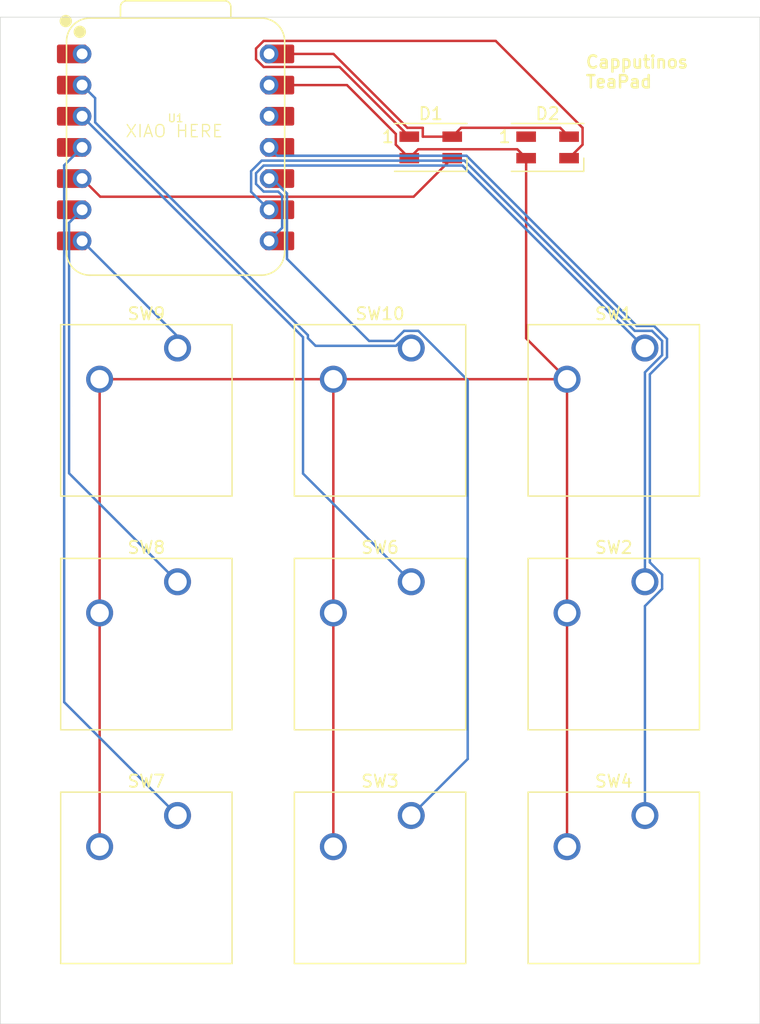
<source format=kicad_pcb>
(kicad_pcb (version 20240108) (generator "pcbnew") (generator_version "8.0")
  (layers (0 "F.Cu" signal) (31 "B.Cu" signal) (34 "B.Paste" user) (35 "F.Paste" user) (36 "B.SilkS" user "B.Silkscreen") (37 "F.SilkS" user "F.Silkscreen") (38 "B.Mask" user) (39 "F.Mask" user) (44 "Edge.Cuts" user))
  (net 0 "")
  (net 1 "Net-(D1-DOUT)")
  (net 2 "+5V")
  (net 3 "Net-(D1-DIN)")
  (net 4 "GND")
  (net 6 "Net-(U1-GPIO1{slash}RX)")
  (net 7 "Net-(U1-GPIO2{slash}SCK)")
  (net 8 "Net-(U1-GPIO4{slash}MISO)")
  (net 9 "Net-(U1-GPIO3{slash}MOSI)")
  (net 11 "Net-(U1-GPIO28{slash}ADC2{slash}A2)")
  (net 12 "Net-(U1-GPIO29{slash}ADC3{slash}A3)")
  (net 13 "Net-(U1-GPIO7{slash}SCL)")
  (net 14 "Net-(U1-GPIO0{slash}TX)")
  (net 16 "Net-(U1-GPIO27{slash}ADC1{slash}A1)")
  (footprint "Button_Switch_Keyboard:SW_Cherry_MX_1.00u_PCB" (layer "F.Cu") (at 81.12125 106.83875)
    (property "Reference" "SW3" (at -2.54 -2.794 0) (layer "F.SilkS"))
    (property "Value" "SW_Push")
    (fp_line (start -9.525 -1.905) (end 4.445 -1.905) (stroke (width 0.12)) (layer "F.SilkS"))
    (fp_line (start -9.525 12.065) (end -9.525 -1.905) (stroke (width 0.12)) (layer "F.SilkS"))
    (fp_line (start 4.445 -1.905) (end 4.445 12.065) (stroke (width 0.12)) (layer "F.SilkS"))
    (fp_line (start 4.445 12.065) (end -9.525 12.065) (stroke (width 0.12)) (layer "F.SilkS"))
    (pad "" np_thru_hole circle (at -7.62 5.08) (size 1.7 1.7) (drill 1.7) (layers "*.Cu" "*.Mask"))
    (pad "" np_thru_hole circle (at -2.54 5.08) (size 4 4) (drill 4) (layers "*.Cu" "*.Mask"))
    (pad "" np_thru_hole circle (at 2.54 5.08) (size 1.7 1.7) (drill 1.7) (layers "*.Cu" "*.Mask"))
    (pad "1" thru_hole circle (at 0 0) (size 2.2 2.2) (drill 1.5) (layers "*.Cu" "*.Mask") (net 8 "Net-(U1-GPIO4{slash}MISO)"))
    (pad "2" thru_hole circle (at -6.35 2.54) (size 2.2 2.2) (drill 1.5) (layers "*.Cu" "*.Mask") (net 4 "GND"))
  )
  (footprint "Button_Switch_Keyboard:SW_Cherry_MX_1.00u_PCB" (layer "F.Cu") (at 100.17125 68.73875)
    (property "Reference" "SW1" (at -2.54 -2.794 0) (layer "F.SilkS"))
    (property "Value" "SW_Push")
    (fp_line (start -9.525 -1.905) (end 4.445 -1.905) (stroke (width 0.12)) (layer "F.SilkS"))
    (fp_line (start -9.525 12.065) (end -9.525 -1.905) (stroke (width 0.12)) (layer "F.SilkS"))
    (fp_line (start 4.445 -1.905) (end 4.445 12.065) (stroke (width 0.12)) (layer "F.SilkS"))
    (fp_line (start 4.445 12.065) (end -9.525 12.065) (stroke (width 0.12)) (layer "F.SilkS"))
    (pad "" np_thru_hole circle (at -7.62 5.08) (size 1.7 1.7) (drill 1.7) (layers "*.Cu" "*.Mask"))
    (pad "" np_thru_hole circle (at -2.54 5.08) (size 4 4) (drill 4) (layers "*.Cu" "*.Mask"))
    (pad "" np_thru_hole circle (at 2.54 5.08) (size 1.7 1.7) (drill 1.7) (layers "*.Cu" "*.Mask"))
    (pad "1" thru_hole circle (at 0 0) (size 2.2 2.2) (drill 1.5) (layers "*.Cu" "*.Mask") (net 6 "Net-(U1-GPIO1{slash}RX)"))
    (pad "2" thru_hole circle (at -6.35 2.54) (size 2.2 2.2) (drill 1.5) (layers "*.Cu" "*.Mask") (net 4 "GND"))
  )
  (footprint "Button_Switch_Keyboard:SW_Cherry_MX_1.00u_PCB" (layer "F.Cu") (at 81.12125 68.73875)
    (property "Reference" "SW10" (at -2.54 -2.794 0) (layer "F.SilkS"))
    (property "Value" "SW_Push")
    (fp_line (start -9.525 -1.905) (end 4.445 -1.905) (stroke (width 0.12)) (layer "F.SilkS"))
    (fp_line (start -9.525 12.065) (end -9.525 -1.905) (stroke (width 0.12)) (layer "F.SilkS"))
    (fp_line (start 4.445 -1.905) (end 4.445 12.065) (stroke (width 0.12)) (layer "F.SilkS"))
    (fp_line (start 4.445 12.065) (end -9.525 12.065) (stroke (width 0.12)) (layer "F.SilkS"))
    (pad "" np_thru_hole circle (at -7.62 5.08) (size 1.7 1.7) (drill 1.7) (layers "*.Cu" "*.Mask"))
    (pad "" np_thru_hole circle (at -2.54 5.08) (size 4 4) (drill 4) (layers "*.Cu" "*.Mask"))
    (pad "" np_thru_hole circle (at 2.54 5.08) (size 1.7 1.7) (drill 1.7) (layers "*.Cu" "*.Mask"))
    (pad "1" thru_hole circle (at 0 0) (size 2.2 2.2) (drill 1.5) (layers "*.Cu" "*.Mask") (net 16 "Net-(U1-GPIO27{slash}ADC1{slash}A1)"))
    (pad "2" thru_hole circle (at -6.35 2.54) (size 2.2 2.2) (drill 1.5) (layers "*.Cu" "*.Mask") (net 4 "GND"))
  )
  (footprint "LED_SMD:LED_SK6812MINI_PLCC4_3.5x3.5mm_P1.75mm" (layer "F.Cu") (at 82.7125 52.3875)
    (property "Reference" "D1" (at 0 -2.75 0) (layer "F.SilkS"))
    (property "Value" "SK6812MINI")
    (fp_line (start -2.95 -1.95) (end 2.95 -1.95) (stroke (width 0.12)) (layer "F.SilkS"))
    (fp_line (start -2.95 1.95) (end 2.95 1.95) (stroke (width 0.12)) (layer "F.SilkS"))
    (fp_line (start 2.95 1.95) (end 2.95 0.875) (stroke (width 0.12)) (layer "F.SilkS"))
    (fp_text user "1" (at -3.5 -0.875 0) (layer "F.SilkS"))
    (pad "1" smd rect (at -1.75 -0.875) (size 1.6 0.85) (layers "F.Cu" "F.Paste" "F.Mask") (net 1 "Net-(D1-DOUT)"))
    (pad "2" smd rect (at -1.75 0.875) (size 1.6 0.85) (layers "F.Cu" "F.Paste" "F.Mask") (net 4 "GND"))
    (pad "3" smd rect (at 1.75 0.875) (size 1.6 0.85) (layers "F.Cu" "F.Paste" "F.Mask") (net 3 "Net-(D1-DIN)"))
    (pad "4" smd rect (at 1.75 -0.875) (size 1.6 0.85) (layers "F.Cu" "F.Paste" "F.Mask") (net 2 "+5V"))
  )
  (footprint "Button_Switch_Keyboard:SW_Cherry_MX_1.00u_PCB" (layer "F.Cu") (at 100.17125 106.83875)
    (property "Reference" "SW4" (at -2.54 -2.794 0) (layer "F.SilkS"))
    (property "Value" "SW_Push")
    (fp_line (start -9.525 -1.905) (end 4.445 -1.905) (stroke (width 0.12)) (layer "F.SilkS"))
    (fp_line (start -9.525 12.065) (end -9.525 -1.905) (stroke (width 0.12)) (layer "F.SilkS"))
    (fp_line (start 4.445 -1.905) (end 4.445 12.065) (stroke (width 0.12)) (layer "F.SilkS"))
    (fp_line (start 4.445 12.065) (end -9.525 12.065) (stroke (width 0.12)) (layer "F.SilkS"))
    (pad "" np_thru_hole circle (at -7.62 5.08) (size 1.7 1.7) (drill 1.7) (layers "*.Cu" "*.Mask"))
    (pad "" np_thru_hole circle (at -2.54 5.08) (size 4 4) (drill 4) (layers "*.Cu" "*.Mask"))
    (pad "" np_thru_hole circle (at 2.54 5.08) (size 1.7 1.7) (drill 1.7) (layers "*.Cu" "*.Mask"))
    (pad "1" thru_hole circle (at 0 0) (size 2.2 2.2) (drill 1.5) (layers "*.Cu" "*.Mask") (net 9 "Net-(U1-GPIO3{slash}MOSI)"))
    (pad "2" thru_hole circle (at -6.35 2.54) (size 2.2 2.2) (drill 1.5) (layers "*.Cu" "*.Mask") (net 4 "GND"))
  )
  (footprint "LED_SMD:LED_SK6812MINI_PLCC4_3.5x3.5mm_P1.75mm" (layer "F.Cu") (at 92.2375 52.3875)
    (property "Reference" "D2" (at 0 -2.75 0) (layer "F.SilkS"))
    (property "Value" "SK6812MINI")
    (fp_line (start -2.95 -1.95) (end 2.95 -1.95) (stroke (width 0.12)) (layer "F.SilkS"))
    (fp_line (start -2.95 1.95) (end 2.95 1.95) (stroke (width 0.12)) (layer "F.SilkS"))
    (fp_line (start 2.95 1.95) (end 2.95 0.875) (stroke (width 0.12)) (layer "F.SilkS"))
    (fp_text user "1" (at -3.5 -0.875 0) (layer "F.SilkS"))
    (pad "1" smd rect (at -1.75 -0.875) (size 1.6 0.85) (layers "F.Cu" "F.Paste" "F.Mask"))
    (pad "2" smd rect (at -1.75 0.875) (size 1.6 0.85) (layers "F.Cu" "F.Paste" "F.Mask") (net 4 "GND"))
    (pad "3" smd rect (at 1.75 0.875) (size 1.6 0.85) (layers "F.Cu" "F.Paste" "F.Mask") (net 1 "Net-(D1-DOUT)"))
    (pad "4" smd rect (at 1.75 -0.875) (size 1.6 0.85) (layers "F.Cu" "F.Paste" "F.Mask") (net 2 "+5V"))
  )
  (footprint "Button_Switch_Keyboard:SW_Cherry_MX_1.00u_PCB" (layer "F.Cu") (at 62.07125 106.83875)
    (property "Reference" "SW7" (at -2.54 -2.794 0) (layer "F.SilkS"))
    (property "Value" "SW_Push")
    (fp_line (start -9.525 -1.905) (end 4.445 -1.905) (stroke (width 0.12)) (layer "F.SilkS"))
    (fp_line (start -9.525 12.065) (end -9.525 -1.905) (stroke (width 0.12)) (layer "F.SilkS"))
    (fp_line (start 4.445 -1.905) (end 4.445 12.065) (stroke (width 0.12)) (layer "F.SilkS"))
    (fp_line (start 4.445 12.065) (end -9.525 12.065) (stroke (width 0.12)) (layer "F.SilkS"))
    (pad "" np_thru_hole circle (at -7.62 5.08) (size 1.7 1.7) (drill 1.7) (layers "*.Cu" "*.Mask"))
    (pad "" np_thru_hole circle (at -2.54 5.08) (size 4 4) (drill 4) (layers "*.Cu" "*.Mask"))
    (pad "" np_thru_hole circle (at 2.54 5.08) (size 1.7 1.7) (drill 1.7) (layers "*.Cu" "*.Mask"))
    (pad "1" thru_hole circle (at 0 0) (size 2.2 2.2) (drill 1.5) (layers "*.Cu" "*.Mask") (net 12 "Net-(U1-GPIO29{slash}ADC3{slash}A3)"))
    (pad "2" thru_hole circle (at -6.35 2.54) (size 2.2 2.2) (drill 1.5) (layers "*.Cu" "*.Mask") (net 4 "GND"))
  )
  (footprint "Button_Switch_Keyboard:SW_Cherry_MX_1.00u_PCB" (layer "F.Cu") (at 62.07125 87.78875)
    (property "Reference" "SW8" (at -2.54 -2.794 0) (layer "F.SilkS"))
    (property "Value" "SW_Push")
    (fp_line (start -9.525 -1.905) (end 4.445 -1.905) (stroke (width 0.12)) (layer "F.SilkS"))
    (fp_line (start -9.525 12.065) (end -9.525 -1.905) (stroke (width 0.12)) (layer "F.SilkS"))
    (fp_line (start 4.445 -1.905) (end 4.445 12.065) (stroke (width 0.12)) (layer "F.SilkS"))
    (fp_line (start 4.445 12.065) (end -9.525 12.065) (stroke (width 0.12)) (layer "F.SilkS"))
    (pad "" np_thru_hole circle (at -7.62 5.08) (size 1.7 1.7) (drill 1.7) (layers "*.Cu" "*.Mask"))
    (pad "" np_thru_hole circle (at -2.54 5.08) (size 4 4) (drill 4) (layers "*.Cu" "*.Mask"))
    (pad "" np_thru_hole circle (at 2.54 5.08) (size 1.7 1.7) (drill 1.7) (layers "*.Cu" "*.Mask"))
    (pad "1" thru_hole circle (at 0 0) (size 2.2 2.2) (drill 1.5) (layers "*.Cu" "*.Mask") (net 13 "Net-(U1-GPIO7{slash}SCL)"))
    (pad "2" thru_hole circle (at -6.35 2.54) (size 2.2 2.2) (drill 1.5) (layers "*.Cu" "*.Mask") (net 4 "GND"))
  )
  (footprint "Button_Switch_Keyboard:SW_Cherry_MX_1.00u_PCB" (layer "F.Cu") (at 100.17125 87.78875)
    (property "Reference" "SW2" (at -2.54 -2.794 0) (layer "F.SilkS"))
    (property "Value" "SW_Push")
    (fp_line (start -9.525 -1.905) (end 4.445 -1.905) (stroke (width 0.12)) (layer "F.SilkS"))
    (fp_line (start -9.525 12.065) (end -9.525 -1.905) (stroke (width 0.12)) (layer "F.SilkS"))
    (fp_line (start 4.445 -1.905) (end 4.445 12.065) (stroke (width 0.12)) (layer "F.SilkS"))
    (fp_line (start 4.445 12.065) (end -9.525 12.065) (stroke (width 0.12)) (layer "F.SilkS"))
    (pad "" np_thru_hole circle (at -7.62 5.08) (size 1.7 1.7) (drill 1.7) (layers "*.Cu" "*.Mask"))
    (pad "" np_thru_hole circle (at -2.54 5.08) (size 4 4) (drill 4) (layers "*.Cu" "*.Mask"))
    (pad "" np_thru_hole circle (at 2.54 5.08) (size 1.7 1.7) (drill 1.7) (layers "*.Cu" "*.Mask"))
    (pad "1" thru_hole circle (at 0 0) (size 2.2 2.2) (drill 1.5) (layers "*.Cu" "*.Mask") (net 7 "Net-(U1-GPIO2{slash}SCK)"))
    (pad "2" thru_hole circle (at -6.35 2.54) (size 2.2 2.2) (drill 1.5) (layers "*.Cu" "*.Mask") (net 4 "GND"))
  )
  (footprint "OPL:XIAO-RP2040-DIP" (layer "F.Cu") (at 61.9125 52.3875)
    (property "Reference" "U1" (at 0 -2.38125 0) (layer "F.SilkS") (effects (font (size 0.635 0.635) (thickness 0.1016))))
    (property "Value" "XIAO-RP2040-DIP")
    (fp_line (start -8.89 8.509) (end -8.89 -8.636) (stroke (width 0.127)) (layer "F.SilkS"))
    (fp_line (start -6.985 10.414) (end 6.985 10.414) (stroke (width 0.127)) (layer "F.SilkS"))
    (fp_line (start -4.495 -10.541) (end -4.491272 -11.451272) (stroke (width 0.127)) (layer "F.SilkS"))
    (fp_line (start -3.991272 -11.951) (end 4.004 -11.951) (stroke (width 0.127)) (layer "F.SilkS"))
    (fp_line (start 4.504 -11.451) (end 4.504 -10.541) (stroke (width 0.127)) (layer "F.SilkS"))
    (fp_line (start 6.985 -10.541) (end -6.985 -10.541) (stroke (width 0.1)) (layer "F.SilkS"))
    (fp_line (start 6.985 -10.541) (end -6.985 -10.541) (stroke (width 0.127)) (layer "F.SilkS"))
    (fp_line (start 8.89 8.509) (end 8.89 -8.636) (stroke (width 0.127)) (layer "F.SilkS"))
    (fp_arc (start -8.89 -8.636) (mid -8.332038 -9.983038) (end -6.985 -10.541) (stroke (width 0.127)) (layer "F.SilkS"))
    (fp_arc (start -6.985 10.414) (mid -8.332038 9.856038) (end -8.89 8.509) (stroke (width 0.127)) (layer "F.SilkS"))
    (fp_arc (start -4.491272 -11.451272) (mid -4.344724 -11.804644) (end -3.991272 -11.951) (stroke (width 0.127)) (layer "F.SilkS"))
    (fp_arc (start 4.004 -11.951) (mid 4.357553 -11.804553) (end 4.504 -11.451) (stroke (width 0.127)) (layer "F.SilkS"))
    (fp_arc (start 6.985 -10.541) (mid 8.332038 -9.983038) (end 8.89 -8.636) (stroke (width 0.127)) (layer "F.SilkS"))
    (fp_arc (start 8.89 8.509) (mid 8.332038 9.856038) (end 6.985 10.414) (stroke (width 0.127)) (layer "F.SilkS"))
    (fp_circle (center -8.95 -10.3) (end -8.95 -10.554) (stroke (width 0.5)) (fill solid) (layer "F.SilkS"))
    (fp_circle (center -7.807 -9.42) (end -7.807 -9.674) (stroke (width 0.5)) (fill solid) (layer "F.SilkS"))
    (pad "1" smd roundrect (at -8.455 -7.62 180) (size 2.432 1.524) (layers "F.Cu" "F.Mask") (roundrect_rratio 0.1))
    (pad "1" thru_hole circle (at -7.62 -7.62 180) (size 1.524 1.524) (drill 0.889) (layers "*.Cu" "*.Mask"))
    (pad "2" smd roundrect (at -8.455 -5.08 180) (size 2.432 1.524) (layers "F.Cu" "F.Mask") (roundrect_rratio 0.1) (net 16 "Net-(U1-GPIO27{slash}ADC1{slash}A1)"))
    (pad "2" thru_hole circle (at -7.62 -5.08 180) (size 1.524 1.524) (drill 0.889) (layers "*.Cu" "*.Mask") (net 16 "Net-(U1-GPIO27{slash}ADC1{slash}A1)"))
    (pad "3" smd roundrect (at -8.455 -2.54 180) (size 2.432 1.524) (layers "F.Cu" "F.Mask") (roundrect_rratio 0.1) (net 11 "Net-(U1-GPIO28{slash}ADC2{slash}A2)"))
    (pad "3" thru_hole circle (at -7.62 -2.54 180) (size 1.524 1.524) (drill 0.889) (layers "*.Cu" "*.Mask") (net 11 "Net-(U1-GPIO28{slash}ADC2{slash}A2)"))
    (pad "4" smd roundrect (at -8.455 0 180) (size 2.432 1.524) (layers "F.Cu" "F.Mask") (roundrect_rratio 0.1) (net 12 "Net-(U1-GPIO29{slash}ADC3{slash}A3)"))
    (pad "4" thru_hole circle (at -7.62 0 180) (size 1.524 1.524) (drill 0.889) (layers "*.Cu" "*.Mask") (net 12 "Net-(U1-GPIO29{slash}ADC3{slash}A3)"))
    (pad "5" smd roundrect (at -8.455 2.54 180) (size 2.432 1.524) (layers "F.Cu" "F.Mask") (roundrect_rratio 0.1) (net 3 "Net-(D1-DIN)"))
    (pad "5" thru_hole circle (at -7.62 2.54 180) (size 1.524 1.524) (drill 0.889) (layers "*.Cu" "*.Mask") (net 3 "Net-(D1-DIN)"))
    (pad "6" smd roundrect (at -8.455 5.08 180) (size 2.432 1.524) (layers "F.Cu" "F.Mask") (roundrect_rratio 0.1) (net 13 "Net-(U1-GPIO7{slash}SCL)"))
    (pad "6" thru_hole circle (at -7.62 5.08 180) (size 1.524 1.524) (drill 0.889) (layers "*.Cu" "*.Mask") (net 13 "Net-(U1-GPIO7{slash}SCL)"))
    (pad "7" smd roundrect (at -8.455 7.62 180) (size 2.432 1.524) (layers "F.Cu" "F.Mask") (roundrect_rratio 0.1) (net 14 "Net-(U1-GPIO0{slash}TX)"))
    (pad "7" thru_hole circle (at -7.62 7.62 180) (size 1.524 1.524) (drill 0.889) (layers "*.Cu" "*.Mask") (net 14 "Net-(U1-GPIO0{slash}TX)"))
    (pad "8" thru_hole circle (at 7.62 7.62) (size 1.524 1.524) (drill 0.889) (layers "*.Cu" "*.Mask") (net 6 "Net-(U1-GPIO1{slash}RX)"))
    (pad "8" smd roundrect (at 8.455 7.62) (size 2.432 1.524) (layers "F.Cu" "F.Mask") (roundrect_rratio 0.1) (net 6 "Net-(U1-GPIO1{slash}RX)"))
    (pad "9" thru_hole circle (at 7.62 5.08) (size 1.524 1.524) (drill 0.889) (layers "*.Cu" "*.Mask") (net 7 "Net-(U1-GPIO2{slash}SCK)"))
    (pad "9" smd roundrect (at 8.455 5.08) (size 2.432 1.524) (layers "F.Cu" "F.Mask") (roundrect_rratio 0.1) (net 7 "Net-(U1-GPIO2{slash}SCK)"))
    (pad "10" thru_hole circle (at 7.62 2.54) (size 1.524 1.524) (drill 0.889) (layers "*.Cu" "*.Mask") (net 8 "Net-(U1-GPIO4{slash}MISO)"))
    (pad "10" smd roundrect (at 8.455 2.54) (size 2.432 1.524) (layers "F.Cu" "F.Mask") (roundrect_rratio 0.1) (net 8 "Net-(U1-GPIO4{slash}MISO)"))
    (pad "11" thru_hole circle (at 7.62 0) (size 1.524 1.524) (drill 0.889) (layers "*.Cu" "*.Mask") (net 9 "Net-(U1-GPIO3{slash}MOSI)"))
    (pad "11" smd roundrect (at 8.455 0) (size 2.432 1.524) (layers "F.Cu" "F.Mask") (roundrect_rratio 0.1) (net 9 "Net-(U1-GPIO3{slash}MOSI)"))
    (pad "12" thru_hole circle (at 7.62 -2.54) (size 1.524 1.524) (drill 0.889) (layers "*.Cu" "*.Mask"))
    (pad "12" smd roundrect (at 8.455 -2.54) (size 2.432 1.524) (layers "F.Cu" "F.Mask") (roundrect_rratio 0.1))
    (pad "13" thru_hole circle (at 7.62 -5.08) (size 1.524 1.524) (drill 0.889) (layers "*.Cu" "*.Mask") (net 4 "GND"))
    (pad "13" smd roundrect (at 8.455 -5.08) (size 2.432 1.524) (layers "F.Cu" "F.Mask") (roundrect_rratio 0.1) (net 4 "GND"))
    (pad "14" thru_hole circle (at 7.62 -7.62) (size 1.524 1.524) (drill 0.889) (layers "*.Cu" "*.Mask") (net 2 "+5V"))
    (pad "14" smd roundrect (at 8.455 -7.62) (size 2.432 1.524) (layers "F.Cu" "F.Mask") (roundrect_rratio 0.1) (net 2 "+5V"))
  )
  (footprint "Button_Switch_Keyboard:SW_Cherry_MX_1.00u_PCB" (layer "F.Cu") (at 62.07125 68.73875)
    (property "Reference" "SW9" (at -2.54 -2.794 0) (layer "F.SilkS"))
    (property "Value" "SW_Push")
    (fp_line (start -9.525 -1.905) (end 4.445 -1.905) (stroke (width 0.12)) (layer "F.SilkS"))
    (fp_line (start -9.525 12.065) (end -9.525 -1.905) (stroke (width 0.12)) (layer "F.SilkS"))
    (fp_line (start 4.445 -1.905) (end 4.445 12.065) (stroke (width 0.12)) (layer "F.SilkS"))
    (fp_line (start 4.445 12.065) (end -9.525 12.065) (stroke (width 0.12)) (layer "F.SilkS"))
    (pad "" np_thru_hole circle (at -7.62 5.08) (size 1.7 1.7) (drill 1.7) (layers "*.Cu" "*.Mask"))
    (pad "" np_thru_hole circle (at -2.54 5.08) (size 4 4) (drill 4) (layers "*.Cu" "*.Mask"))
    (pad "" np_thru_hole circle (at 2.54 5.08) (size 1.7 1.7) (drill 1.7) (layers "*.Cu" "*.Mask"))
    (pad "1" thru_hole circle (at 0 0) (size 2.2 2.2) (drill 1.5) (layers "*.Cu" "*.Mask") (net 14 "Net-(U1-GPIO0{slash}TX)"))
    (pad "2" thru_hole circle (at -6.35 2.54) (size 2.2 2.2) (drill 1.5) (layers "*.Cu" "*.Mask") (net 4 "GND"))
  )
  (footprint "Button_Switch_Keyboard:SW_Cherry_MX_1.00u_PCB" (layer "F.Cu") (at 81.12125 87.78875)
    (property "Reference" "SW6" (at -2.54 -2.794 0) (layer "F.SilkS"))
    (property "Value" "SW_Push")
    (fp_line (start -9.525 -1.905) (end 4.445 -1.905) (stroke (width 0.12)) (layer "F.SilkS"))
    (fp_line (start -9.525 12.065) (end -9.525 -1.905) (stroke (width 0.12)) (layer "F.SilkS"))
    (fp_line (start 4.445 -1.905) (end 4.445 12.065) (stroke (width 0.12)) (layer "F.SilkS"))
    (fp_line (start 4.445 12.065) (end -9.525 12.065) (stroke (width 0.12)) (layer "F.SilkS"))
    (pad "" np_thru_hole circle (at -7.62 5.08) (size 1.7 1.7) (drill 1.7) (layers "*.Cu" "*.Mask"))
    (pad "" np_thru_hole circle (at -2.54 5.08) (size 4 4) (drill 4) (layers "*.Cu" "*.Mask"))
    (pad "" np_thru_hole circle (at 2.54 5.08) (size 1.7 1.7) (drill 1.7) (layers "*.Cu" "*.Mask"))
    (pad "1" thru_hole circle (at 0 0) (size 2.2 2.2) (drill 1.5) (layers "*.Cu" "*.Mask") (net 11 "Net-(U1-GPIO28{slash}ADC2{slash}A2)"))
    (pad "2" thru_hole circle (at -6.35 2.54) (size 2.2 2.2) (drill 1.5) (layers "*.Cu" "*.Mask") (net 4 "GND"))
  )
  (gr_rect (start 47.625 41.772658) (end 109.5375 123.825) (stroke (width 0.05)) (fill none) (layer "Edge.Cuts"))
  (gr_text "Capputinos\nTeaPad" (at 95.25 47.625 0) (layer "F.SilkS") (effects (font (size 1 1) (thickness 0.2) (bold yes)) (justify left bottom)))
  (gr_text "XIAO HERE" (at 57.760576 51.646085 0) (layer "F.SilkS") (effects (font (size 1 1) (thickness 0.1)) (justify left bottom)))
  (segment (start 69.092605 43.7055) (end 68.4705 44.327605) (width 0.2) (layer "F.Cu") (net 1))
  (segment (start 75.2795 45.8295) (end 80.9625 51.5125) (width 0.2) (layer "F.Cu") (net 1))
  (segment (start 95.0875 52.1625) (end 95.0875 50.7875) (width 0.2) (layer "F.Cu") (net 1))
  (segment (start 68.4705 45.207395) (end 69.092605 45.8295) (width 0.2) (layer "F.Cu") (net 1))
  (segment (start 68.4705 44.327605) (end 68.4705 45.207395) (width 0.2) (layer "F.Cu") (net 1))
  (segment (start 88.0055 43.7055) (end 69.092605 43.7055) (width 0.2) (layer "F.Cu") (net 1))
  (segment (start 93.9875 53.2625) (end 95.0875 52.1625) (width 0.2) (layer "F.Cu") (net 1))
  (segment (start 69.092605 45.8295) (end 75.2795 45.8295) (width 0.2) (layer "F.Cu") (net 1))
  (segment (start 95.0875 50.7875) (end 88.0055 43.7055) (width 0.2) (layer "F.Cu") (net 1))
  (segment (start 69.5325 44.7675) (end 70.1945 44.1055) (width 0.2) (layer "F.Cu") (net 2))
  (segment (start 74.783186 44.7675) (end 69.5325 44.7675) (width 0.2) (layer "F.Cu") (net 2))
  (segment (start 80.803186 50.7875) (end 74.783186 44.7675) (width 0.2) (layer "F.Cu") (net 2))
  (segment (start 85.1875 50.7875) (end 84.4625 51.5125) (width 0.2) (layer "F.Cu") (net 2))
  (segment (start 93.2625 50.7875) (end 85.1875 50.7875) (width 0.2) (layer "F.Cu") (net 2))
  (segment (start 84.4625 51.5125) (end 82.0625 51.5125) (width 0.2) (layer "F.Cu") (net 2))
  (segment (start 82.0625 50.7875) (end 80.803186 50.7875) (width 0.2) (layer "F.Cu") (net 2))
  (segment (start 93.9875 51.5125) (end 93.2625 50.7875) (width 0.2) (layer "F.Cu") (net 2))
  (segment (start 82.0625 51.5125) (end 82.0625 50.7875) (width 0.2) (layer "F.Cu") (net 2))
  (segment (start 81.3195 56.4055) (end 55.7705 56.4055) (width 0.2) (layer "F.Cu") (net 3))
  (segment (start 54.61 54.9275) (end 54.2925 54.9275) (width 0.2) (layer "F.Cu") (net 3))
  (segment (start 84.4625 53.2625) (end 81.3195 56.4055) (width 0.2) (layer "F.Cu") (net 3))
  (segment (start 55.7705 56.4055) (end 54.2925 54.9275) (width 0.2) (layer "F.Cu") (net 3))
  (segment (start 81.6875 52.5375) (end 89.7625 52.5375) (width 0.2) (layer "F.Cu") (net 4))
  (segment (start 74.77125 109.37875) (end 74.77125 71.27875) (width 0.2) (layer "F.Cu") (net 4))
  (segment (start 80.9625 53.2625) (end 79.8625 52.1625) (width 0.2) (layer "F.Cu") (net 4))
  (segment (start 89.7625 52.5375) (end 90.4875 53.2625) (width 0.2) (layer "F.Cu") (net 4))
  (segment (start 93.82125 109.37875) (end 93.82125 71.27875) (width 0.2) (layer "F.Cu") (net 4))
  (segment (start 80.9625 53.2625) (end 81.6875 52.5375) (width 0.2) (layer "F.Cu") (net 4))
  (segment (start 79.8625 51.2875) (end 75.8825 47.3075) (width 0.2) (layer "F.Cu") (net 4))
  (segment (start 90.4875 67.945) (end 93.82125 71.27875) (width 0.2) (layer "F.Cu") (net 4))
  (segment (start 79.8625 52.1625) (end 79.8625 51.2875) (width 0.2) (layer "F.Cu") (net 4))
  (segment (start 55.72125 90.32875) (end 55.72125 71.27875) (width 0.2) (layer "F.Cu") (net 4))
  (segment (start 93.82125 71.27875) (end 55.72125 71.27875) (width 0.2) (layer "F.Cu") (net 4))
  (segment (start 75.8825 47.3075) (end 69.5325 47.3075) (width 0.2) (layer "F.Cu") (net 4))
  (segment (start 90.4875 53.2625) (end 90.4875 67.945) (width 0.2) (layer "F.Cu") (net 4))
  (segment (start 55.72125 109.37875) (end 55.72125 90.32875) (width 0.2) (layer "F.Cu") (net 4))
  (segment (start 70.5945 56.307) (end 70.5945 58.9455) (width 0.2) (layer "B.Cu") (net 6))
  (segment (start 85.298 53.8655) (end 69.092605 53.8655) (width 0.2) (layer "B.Cu") (net 6))
  (segment (start 100.17125 68.73875) (end 85.298 53.8655) (width 0.2) (layer "B.Cu") (net 6))
  (segment (start 68.4705 54.487605) (end 68.4705 55.367395) (width 0.2) (layer "B.Cu") (net 6))
  (segment (start 68.4705 55.367395) (end 69.092605 55.9895) (width 0.2) (layer "B.Cu") (net 6))
  (segment (start 70.5945 58.9455) (end 69.5325 60.0075) (width 0.2) (layer "B.Cu") (net 6))
  (segment (start 70.277 55.9895) (end 70.5945 56.307) (width 0.2) (layer "B.Cu") (net 6))
  (segment (start 69.092605 53.8655) (end 68.4705 54.487605) (width 0.2) (layer "B.Cu") (net 6))
  (segment (start 69.092605 55.9895) (end 70.277 55.9895) (width 0.2) (layer "B.Cu") (net 6))
  (segment (start 101.57125 68.158851) (end 100.751149 67.33875) (width 0.2) (layer "B.Cu") (net 7))
  (segment (start 68.926919 53.4655) (end 68.0705 54.32192) (width 0.2) (layer "B.Cu") (net 7))
  (segment (start 100.17125 87.78875) (end 100.17125 70.718649) (width 0.2) (layer "B.Cu") (net 7))
  (segment (start 100.17125 70.718649) (end 101.57125 69.318649) (width 0.2) (layer "B.Cu") (net 7))
  (segment (start 99.336935 67.33875) (end 85.463685 53.4655) (width 0.2) (layer "B.Cu") (net 7))
  (segment (start 85.463685 53.4655) (end 68.926919 53.4655) (width 0.2) (layer "B.Cu") (net 7))
  (segment (start 68.0705 56.0055) (end 69.5325 57.4675) (width 0.2) (layer "B.Cu") (net 7))
  (segment (start 101.57125 69.318649) (end 101.57125 68.158851) (width 0.2) (layer "B.Cu") (net 7))
  (segment (start 68.0705 54.32192) (end 68.0705 56.0055) (width 0.2) (layer "B.Cu") (net 7))
  (segment (start 100.751149 67.33875) (end 99.336935 67.33875) (width 0.2) (layer "B.Cu") (net 7))
  (segment (start 80.541351 67.33875) (end 79.72125 68.158851) (width 0.2) (layer "B.Cu") (net 8))
  (segment (start 77.683851 68.158851) (end 70.9945 61.4695) (width 0.2) (layer "B.Cu") (net 8))
  (segment (start 85.725 71.362601) (end 81.701149 67.33875) (width 0.2) (layer "B.Cu") (net 8))
  (segment (start 81.12125 106.83875) (end 85.725 102.235) (width 0.2) (layer "B.Cu") (net 8))
  (segment (start 70.9945 61.4695) (end 70.9945 56.141314) (width 0.2) (layer "B.Cu") (net 8))
  (segment (start 85.725 102.235) (end 85.725 71.362601) (width 0.2) (layer "B.Cu") (net 8))
  (segment (start 69.780686 54.9275) (end 69.5325 54.9275) (width 0.2) (layer "B.Cu") (net 8))
  (segment (start 70.9945 56.141314) (end 69.780686 54.9275) (width 0.2) (layer "B.Cu") (net 8))
  (segment (start 79.72125 68.158851) (end 77.683851 68.158851) (width 0.2) (layer "B.Cu") (net 8))
  (segment (start 81.701149 67.33875) (end 80.541351 67.33875) (width 0.2) (layer "B.Cu") (net 8))
  (segment (start 70.2105 53.0655) (end 69.5325 52.3875) (width 0.2) (layer "B.Cu") (net 9))
  (segment (start 99.502621 66.93875) (end 85.62937 53.0655) (width 0.2) (layer "B.Cu") (net 9))
  (segment (start 100.17125 89.768649) (end 101.57125 88.368649) (width 0.2) (layer "B.Cu") (net 9))
  (segment (start 100.17125 106.83875) (end 100.17125 89.768649) (width 0.2) (layer "B.Cu") (net 9))
  (segment (start 85.62937 53.0655) (end 70.2105 53.0655) (width 0.2) (layer "B.Cu") (net 9))
  (segment (start 100.57125 86.208851) (end 100.57125 70.884335) (width 0.2) (layer "B.Cu") (net 9))
  (segment (start 100.57125 70.884335) (end 101.97125 69.484334) (width 0.2) (layer "B.Cu") (net 9))
  (segment (start 101.57125 87.208851) (end 100.57125 86.208851) (width 0.2) (layer "B.Cu") (net 9))
  (segment (start 101.97125 67.993165) (end 100.916834 66.93875) (width 0.2) (layer "B.Cu") (net 9))
  (segment (start 100.916834 66.93875) (end 99.502621 66.93875) (width 0.2) (layer "B.Cu") (net 9))
  (segment (start 101.57125 88.368649) (end 101.57125 87.208851) (width 0.2) (layer "B.Cu") (net 9))
  (segment (start 101.97125 69.484334) (end 101.97125 67.993165) (width 0.2) (layer "B.Cu") (net 9))
  (segment (start 72.30125 67.85625) (end 54.2925 49.8475) (width 0.2) (layer "B.Cu") (net 11))
  (segment (start 72.30125 78.96875) (end 72.30125 67.85625) (width 0.2) (layer "B.Cu") (net 11))
  (segment (start 81.12125 87.78875) (end 72.30125 78.96875) (width 0.2) (layer "B.Cu") (net 11))
  (segment (start 52.8305 97.598) (end 52.8305 53.8495) (width 0.2) (layer "B.Cu") (net 12))
  (segment (start 62.07125 106.83875) (end 52.8305 97.598) (width 0.2) (layer "B.Cu") (net 12))
  (segment (start 52.8305 53.8495) (end 54.2925 52.3875) (width 0.2) (layer "B.Cu") (net 12))
  (segment (start 53.2305 78.948) (end 53.2305 58.5295) (width 0.2) (layer "B.Cu") (net 13))
  (segment (start 62.07125 87.78875) (end 53.2305 78.948) (width 0.2) (layer "B.Cu") (net 13))
  (segment (start 53.2305 58.5295) (end 54.2925 57.4675) (width 0.2) (layer "B.Cu") (net 13))
  (segment (start 62.07125 67.78625) (end 54.2925 60.0075) (width 0.2) (layer "B.Cu") (net 14))
  (segment (start 62.07125 68.73875) (end 62.07125 67.78625) (width 0.2) (layer "B.Cu") (net 14))
  (segment (start 55.3545 48.3695) (end 54.2925 47.3075) (width 0.2) (layer "B.Cu") (net 16))
  (segment (start 73.321351 68.558851) (end 72.70125 67.93875) (width 0.2) (layer "B.Cu") (net 16))
  (segment (start 72.70125 67.93875) (end 72.70125 67.690564) (width 0.2) (layer "B.Cu") (net 16))
  (segment (start 72.70125 67.690564) (end 55.3545 50.343814) (width 0.2) (layer "B.Cu") (net 16))
  (segment (start 81.12125 68.73875) (end 80.414143 68.031643) (width 0.2) (layer "B.Cu") (net 16))
  (segment (start 80.414143 68.031643) (end 79.886935 68.558851) (width 0.2) (layer "B.Cu") (net 16))
  (segment (start 79.886935 68.558851) (end 73.321351 68.558851) (width 0.2) (layer "B.Cu") (net 16))
  (segment (start 55.3545 50.343814) (end 55.3545 48.3695) (width 0.2) (layer "B.Cu") (net 16))
)
</source>
